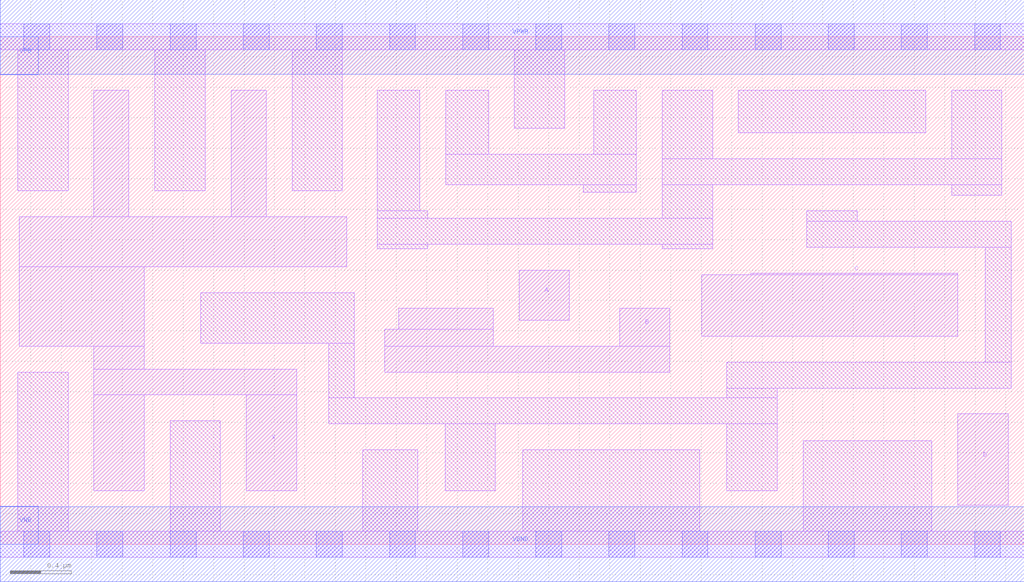
<source format=lef>
# Copyright 2020 The SkyWater PDK Authors
#
# Licensed under the Apache License, Version 2.0 (the "License");
# you may not use this file except in compliance with the License.
# You may obtain a copy of the License at
#
#     https://www.apache.org/licenses/LICENSE-2.0
#
# Unless required by applicable law or agreed to in writing, software
# distributed under the License is distributed on an "AS IS" BASIS,
# WITHOUT WARRANTIES OR CONDITIONS OF ANY KIND, either express or implied.
# See the License for the specific language governing permissions and
# limitations under the License.
#
# SPDX-License-Identifier: Apache-2.0

VERSION 5.5 ;
NAMESCASESENSITIVE ON ;
BUSBITCHARS "[]" ;
DIVIDERCHAR "/" ;
MACRO sky130_fd_sc_ms__or4_4
  CLASS CORE ;
  SOURCE USER ;
  ORIGIN  0.000000  0.000000 ;
  SIZE  6.720000 BY  3.330000 ;
  SYMMETRY X Y ;
  SITE unit ;
  PIN A
    ANTENNAGATEAREA  0.411000 ;
    DIRECTION INPUT ;
    USE SIGNAL ;
    PORT
      LAYER li1 ;
        RECT 3.405000 1.470000 3.735000 1.800000 ;
    END
  END A
  PIN B
    ANTENNAGATEAREA  0.411000 ;
    DIRECTION INPUT ;
    USE SIGNAL ;
    PORT
      LAYER li1 ;
        RECT 2.525000 1.130000 4.395000 1.300000 ;
        RECT 2.525000 1.300000 3.235000 1.410000 ;
        RECT 2.615000 1.410000 3.235000 1.550000 ;
        RECT 4.065000 1.300000 4.395000 1.550000 ;
    END
  END B
  PIN C
    ANTENNAGATEAREA  0.411000 ;
    DIRECTION INPUT ;
    USE SIGNAL ;
    PORT
      LAYER li1 ;
        RECT 4.605000 1.365000 6.285000 1.770000 ;
        RECT 4.925000 1.770000 6.285000 1.780000 ;
    END
  END C
  PIN D
    ANTENNAGATEAREA  0.411000 ;
    DIRECTION INPUT ;
    USE SIGNAL ;
    PORT
      LAYER li1 ;
        RECT 6.285000 0.255000 6.615000 0.855000 ;
    END
  END D
  PIN X
    ANTENNADIFFAREA  1.326900 ;
    DIRECTION OUTPUT ;
    USE SIGNAL ;
    PORT
      LAYER li1 ;
        RECT 0.125000 1.300000 0.945000 1.820000 ;
        RECT 0.125000 1.820000 2.275000 2.150000 ;
        RECT 0.615000 0.350000 0.945000 0.980000 ;
        RECT 0.615000 0.980000 1.945000 1.150000 ;
        RECT 0.615000 1.150000 0.945000 1.300000 ;
        RECT 0.615000 2.150000 0.845000 2.980000 ;
        RECT 1.515000 2.150000 1.745000 2.980000 ;
        RECT 1.615000 0.350000 1.945000 0.980000 ;
    END
  END X
  PIN VGND
    DIRECTION INOUT ;
    USE GROUND ;
    PORT
      LAYER met1 ;
        RECT 0.000000 -0.245000 6.720000 0.245000 ;
    END
  END VGND
  PIN VNB
    DIRECTION INOUT ;
    USE GROUND ;
    PORT
      LAYER met1 ;
        RECT 0.000000 0.000000 0.250000 0.250000 ;
    END
  END VNB
  PIN VPB
    DIRECTION INOUT ;
    USE POWER ;
    PORT
      LAYER met1 ;
        RECT 0.000000 3.080000 0.250000 3.330000 ;
    END
  END VPB
  PIN VPWR
    DIRECTION INOUT ;
    USE POWER ;
    PORT
      LAYER met1 ;
        RECT 0.000000 3.085000 6.720000 3.575000 ;
    END
  END VPWR
  OBS
    LAYER li1 ;
      RECT 0.000000 -0.085000 6.720000 0.085000 ;
      RECT 0.000000  3.245000 6.720000 3.415000 ;
      RECT 0.115000  0.085000 0.445000 1.130000 ;
      RECT 0.115000  2.320000 0.445000 3.245000 ;
      RECT 1.015000  2.320000 1.345000 3.245000 ;
      RECT 1.115000  0.085000 1.445000 0.810000 ;
      RECT 1.315000  1.320000 2.325000 1.650000 ;
      RECT 1.915000  2.320000 2.245000 3.245000 ;
      RECT 2.155000  0.790000 5.100000 0.960000 ;
      RECT 2.155000  0.960000 2.325000 1.320000 ;
      RECT 2.380000  0.085000 2.740000 0.620000 ;
      RECT 2.475000  1.940000 2.805000 1.970000 ;
      RECT 2.475000  1.970000 4.675000 2.140000 ;
      RECT 2.475000  2.140000 2.805000 2.190000 ;
      RECT 2.475000  2.190000 2.755000 2.980000 ;
      RECT 2.920000  0.350000 3.250000 0.790000 ;
      RECT 2.925000  2.360000 4.175000 2.560000 ;
      RECT 2.925000  2.560000 3.205000 2.980000 ;
      RECT 3.375000  2.730000 3.705000 3.245000 ;
      RECT 3.430000  0.085000 4.590000 0.620000 ;
      RECT 3.825000  2.310000 4.175000 2.360000 ;
      RECT 3.895000  2.560000 4.175000 2.980000 ;
      RECT 4.345000  1.940000 4.675000 1.970000 ;
      RECT 4.345000  2.140000 4.675000 2.360000 ;
      RECT 4.345000  2.360000 6.575000 2.530000 ;
      RECT 4.345000  2.530000 4.675000 2.980000 ;
      RECT 4.770000  0.350000 5.100000 0.790000 ;
      RECT 4.770000  0.960000 5.100000 1.025000 ;
      RECT 4.770000  1.025000 6.635000 1.195000 ;
      RECT 4.845000  2.700000 6.075000 2.980000 ;
      RECT 5.270000  0.085000 6.115000 0.680000 ;
      RECT 5.295000  1.950000 6.635000 2.120000 ;
      RECT 5.295000  2.120000 5.625000 2.190000 ;
      RECT 6.245000  2.290000 6.575000 2.360000 ;
      RECT 6.245000  2.530000 6.575000 2.980000 ;
      RECT 6.465000  1.195000 6.635000 1.950000 ;
    LAYER mcon ;
      RECT 0.155000 -0.085000 0.325000 0.085000 ;
      RECT 0.155000  3.245000 0.325000 3.415000 ;
      RECT 0.635000 -0.085000 0.805000 0.085000 ;
      RECT 0.635000  3.245000 0.805000 3.415000 ;
      RECT 1.115000 -0.085000 1.285000 0.085000 ;
      RECT 1.115000  3.245000 1.285000 3.415000 ;
      RECT 1.595000 -0.085000 1.765000 0.085000 ;
      RECT 1.595000  3.245000 1.765000 3.415000 ;
      RECT 2.075000 -0.085000 2.245000 0.085000 ;
      RECT 2.075000  3.245000 2.245000 3.415000 ;
      RECT 2.555000 -0.085000 2.725000 0.085000 ;
      RECT 2.555000  3.245000 2.725000 3.415000 ;
      RECT 3.035000 -0.085000 3.205000 0.085000 ;
      RECT 3.035000  3.245000 3.205000 3.415000 ;
      RECT 3.515000 -0.085000 3.685000 0.085000 ;
      RECT 3.515000  3.245000 3.685000 3.415000 ;
      RECT 3.995000 -0.085000 4.165000 0.085000 ;
      RECT 3.995000  3.245000 4.165000 3.415000 ;
      RECT 4.475000 -0.085000 4.645000 0.085000 ;
      RECT 4.475000  3.245000 4.645000 3.415000 ;
      RECT 4.955000 -0.085000 5.125000 0.085000 ;
      RECT 4.955000  3.245000 5.125000 3.415000 ;
      RECT 5.435000 -0.085000 5.605000 0.085000 ;
      RECT 5.435000  3.245000 5.605000 3.415000 ;
      RECT 5.915000 -0.085000 6.085000 0.085000 ;
      RECT 5.915000  3.245000 6.085000 3.415000 ;
      RECT 6.395000 -0.085000 6.565000 0.085000 ;
      RECT 6.395000  3.245000 6.565000 3.415000 ;
  END
END sky130_fd_sc_ms__or4_4
END LIBRARY

</source>
